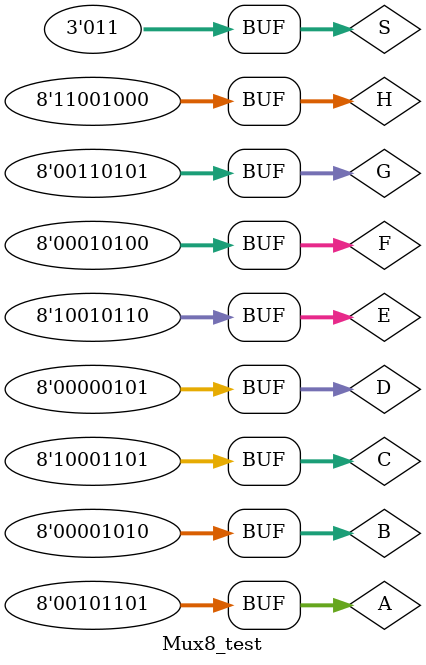
<source format=v>

`timescale 1ns / 1ps


module Mux8_test;

	reg [7:0] A;
	reg [7:0] B;
	reg [7:0] C;
	reg [7:0] D;
	reg [7:0] E;
	reg [7:0] F;
	reg [7:0] G;
	reg [7:0] H;
	reg [2:0] S; // 2 pq log2(8) = 3 | 3-1 0 2

	wire [7:0] OUT;

	Mux8 uut (
		.A(A),
		.B(B),
		.C(C),
		.D(D),
		.E(E),
		.F(F),
		.G(G),
		.H(H),
		.S(S),
		.OUT (OUT)
	
	);

initial begin 

// 1
A = 0;
	B = 0;
	C = 0;
	D = 1;
	E = 0;
	F = 0;
	G = 0;
	H = 0;
	S = 0;

	#10;

// 2
A = 9;
	B = 10;
	C = 131;
	D = 15;
	E = 150;
	F = 21;
	G = 50;
	H = 200;
	S = 1;

	#10;

//3
A = 9;
	B = 103;
	C = 101;
	D = 157;
	E = 150;
	F = 20;
	G = 50;
	H = 200;
	S = 2;

	#10;

//4
A = 9;
	B = 17;
	C = 101;
	D = 15;
	E = 150;
	F = 20;
	G = 60;
	H = 200;
	S = 3;

	#10;

//5
A = 99;
	B = 10;
	C = 101;
	D = 15;
	E = 150;
	F = 20;
	G = 50;
	H = 200;
	S = 4;

	#10;
//6
A = 95;
	B = 10;
	C = 101;
	D = 15;
	E = 180;
	F = 20;
	G = 50;
	H = 200;
	S = 5;
	
	#10;
//7
A = 91;
	B = 10;
	C = 101;
	D = 15;
	E = 150;
	F = 20;
	G = 50;
	H = 210;
	S = 6;
	#10;

//8
A = 19;
	B = 10;
	C = 11;
	D = 15;
	E = 150;
	F = 20;
	G = 57;
	H = 200;
	S = 7;

	#10;

//9
A = 59;
	B = 20;
	C = 101;
	D = 154;
	E = 150;
	F = 20;
	G = 57;
	H = 200;
	S = 7;
	#10;
// 10
A = 30;
	B = 0;
	C = 6;
	D = 23;
	E = 54;
	F = 58;
	G = 78;
	H = 107;
	S = 150;

	#10;
// 11
A = 50;
	B = 0;
	C = 0;
	D = 0;
	E = 0;
	F = 0;
	G = 0;
	H = 0;
	S = 0;

	#10;

// 12
A = 7;
	B = 50;
	C = 101;
	D = 35;
	E = 150;
	F = 20;
	G = 50;
	H = 200;
	S = 1;

	#10;

//13
A = 9;
	B = 10;
	C = 41;
	D = 155;
	E = 150;
	F = 20;
	G = 150;
	H = 200;
	S = 23;

	#10;

//14
A = 9;
	B = 15;
	C = 101;
	D = 75;
	E = 150;
	F = 27;
	G = 50;
	H = 200;
	S = 3;

	#10;

//15
A = 8;
	B = 10;
	C = 11;
	D = 65;
	E = 150;
	F = 80;
	G = 59;
	H = 200;
	S = 4;

	#10;

//16
A = 35;
	B = 106;
	C = 121;
	D = 13;
	E = 150;
	F = 27;
	G = 50;
	H = 200;
	S = 5;
	#10;
//17
A = 9;
	B = 10;
	C = 101;
	D = 157;
	E = 10;
	F = 2;
	G = 57;
	H = 20;
	S = 65;
	#10;
//18
A = 92;
	B = 40;
	C = 101;
	D = 13;
	E = 150;
	F = 27;
	G = 50;
	H = 200;
	S = 7;
	#10;
//19
A = 9;
	B = 10;
	C = 101;
	D = 15;
	E = 150;
	F = 20;
	G = 50;
	H = 200;
	S = 7;
	#10;
// 20
A = 5;
	B = 0;
	C = 34;
	D = 0;
	E = 0;
	F = 45;
	G = 0;
	H = 0;
	S = 7;

	#10;
// 21
A = 50;
	B = 34;
	C = 0;
	D = 5;
	E = 23;
	F = 0;
	G = 67;
	H = 0;
	S = 0;

	#10;

// 22
A = 9;
	B = 10;
	C = 101;
	D = 15;
	E = 150;
	F = 20;
	G = 50;
	H = 200;
	S = 1;

	#10;

//23
A = 57;
	B = 16;
	C = 161;
	D = 15;
	E = 150;
	F = 23;
	G = 50;
	H = 200;
	S = 2;

	#10;

//24
A = 45;
	B = 10;
	C = 141;
	D = 5;
	E = 150;
	F = 20;
	G = 53;
	H = 200;
	S = 3;

	#10;

end
endmodule


</source>
